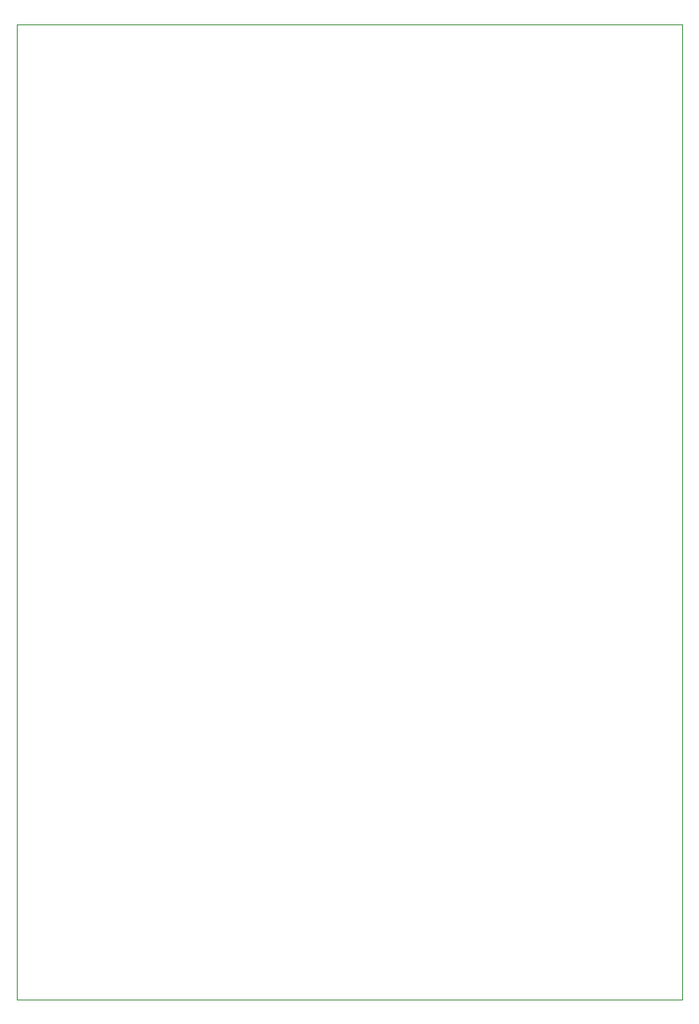
<source format=gko>
G04 #@! TF.GenerationSoftware,KiCad,Pcbnew,(5.1.0)-1*
G04 #@! TF.CreationDate,2019-05-09T16:46:23+02:00*
G04 #@! TF.ProjectId,Actuator,41637475-6174-46f7-922e-6b696361645f,rev?*
G04 #@! TF.SameCoordinates,Original*
G04 #@! TF.FileFunction,Profile,NP*
%FSLAX46Y46*%
G04 Gerber Fmt 4.6, Leading zero omitted, Abs format (unit mm)*
G04 Created by KiCad (PCBNEW (5.1.0)-1) date 2019-05-09 16:46:23*
%MOMM*%
%LPD*%
G04 APERTURE LIST*
%ADD10C,0.050000*%
G04 APERTURE END LIST*
D10*
X85000000Y-141800000D02*
X85000000Y-43800000D01*
X152000000Y-141800000D02*
X85000000Y-141800000D01*
X152000000Y-43800000D02*
X152000000Y-141800000D01*
X85000000Y-43800000D02*
X152000000Y-43800000D01*
M02*

</source>
